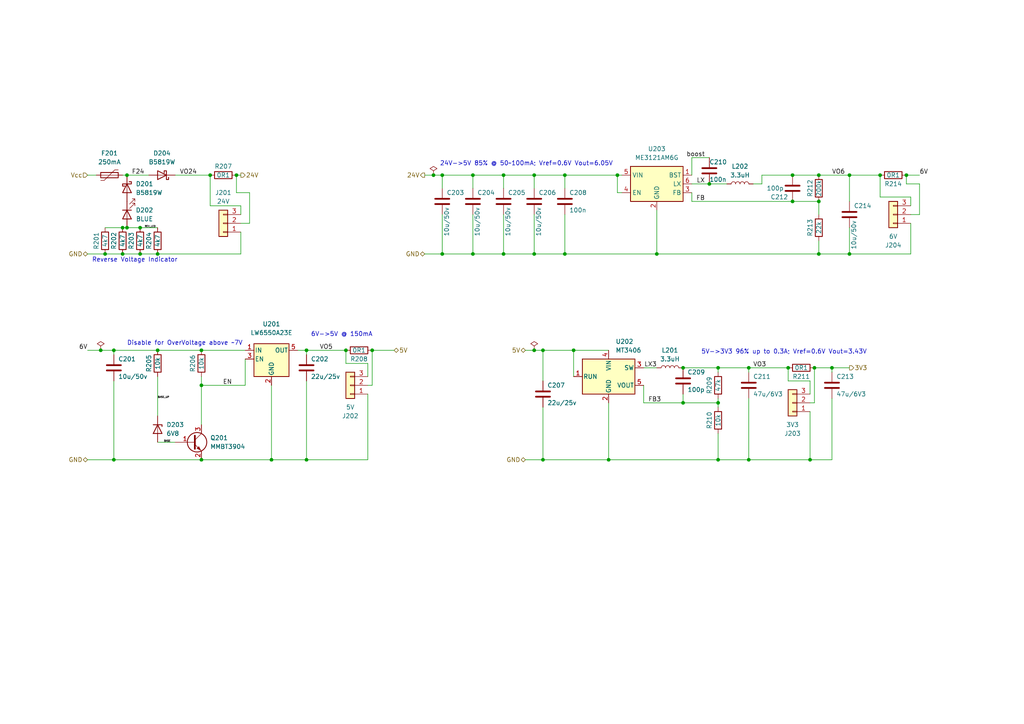
<source format=kicad_sch>
(kicad_sch (version 20211123) (generator eeschema)
  (paper "A4")
  (title_block (title "WormControl-Input32-ControlBoard") (date "2026-02-12") (rev "0.1") (company "makerspace.lt"))
  (lib_symbols
    (symbol "Connector_Generic:Conn_01x03" (pin_names (offset 1.016) hide)
      (property "Reference" "J" (at 0 5.08 0))
      (property "Value" "Conn_01x03" (at 0 -5.08 0))
      (symbol "Conn_01x03_1_1"
        (rectangle (start -1.27 -2.413) (end 0 -2.667) (stroke (width 0.1524)))
        (rectangle (start -1.27 0.127) (end 0 -0.127) (stroke (width 0.1524)))
        (rectangle (start -1.27 2.667) (end 0 2.413) (stroke (width 0.1524)))
        (rectangle (start -1.27 3.81) (end 1.27 -3.81) (stroke (width 0.254)) (fill (type background)))
        (pin passive line (at -5.08 2.54 0) (length 3.81) (name "Pin_1") (number "1"))
        (pin passive line (at -5.08 0 0) (length 3.81) (name "Pin_2") (number "2"))
        (pin passive line (at -5.08 -2.54 0) (length 3.81) (name "Pin_3") (number "3"))
      )
    )
    (symbol "Device:C" (pin_numbers hide) (pin_names (offset 0.254))
      (property "Reference" "C" (at 0.635 2.54 0))
      (property "Value" "C" (at 0.635 -2.54 0))
      (symbol "C_0_1"
        (polyline (pts (xy -2.032 -0.762) (xy 2.032 -0.762)) (stroke (width 0.508)))
        (polyline (pts (xy -2.032 0.762) (xy 2.032 0.762)) (stroke (width 0.508)))
      )
      (symbol "C_1_1"
        (pin passive line (at 0 3.81 270) (length 2.794) (name "~") (number "1"))
        (pin passive line (at 0 -3.81 90) (length 2.794) (name "~") (number "2"))
      )
    )
    (symbol "Device:D_Schottky" (pin_numbers hide) (pin_names (offset 1.016) hide)
      (property "Reference" "D" (at 0 2.54 0))
      (property "Value" "D_Schottky" (at 0 -2.54 0))
      (symbol "D_Schottky_0_1"
        (polyline (pts (xy 1.27 0) (xy -1.27 0)))
        (polyline (pts (xy 1.27 1.27) (xy 1.27 -1.27) (xy -1.27 0) (xy 1.27 1.27)) (stroke (width 0.254)))
        (polyline (pts (xy -1.905 0.635) (xy -1.905 1.27) (xy -1.27 1.27) (xy -1.27 -1.27) (xy -0.635 -1.27) (xy -0.635 -0.635)) (stroke (width 0.254)))
      )
      (symbol "D_Schottky_1_1"
        (pin passive line (at -3.81 0 0) (length 2.54) (name "K") (number "1"))
        (pin passive line (at 3.81 0 180) (length 2.54) (name "A") (number "2"))
      )
    )
    (symbol "Device:D_Zener" (pin_numbers hide) (pin_names (offset 1.016) hide)
      (property "Reference" "D" (at 0 2.54 0))
      (property "Value" "D_Zener" (at 0 -2.54 0))
      (symbol "D_Zener_0_1"
        (polyline (pts (xy 1.27 0) (xy -1.27 0)))
        (polyline (pts (xy -1.27 -1.27) (xy -1.27 1.27) (xy -0.762 1.27)) (stroke (width 0.254)))
        (polyline (pts (xy 1.27 -1.27) (xy 1.27 1.27) (xy -1.27 0) (xy 1.27 -1.27)) (stroke (width 0.254)))
      )
      (symbol "D_Zener_1_1"
        (pin passive line (at -3.81 0 0) (length 2.54) (name "K") (number "1"))
        (pin passive line (at 3.81 0 180) (length 2.54) (name "A") (number "2"))
      )
    )
    (symbol "Device:L" (pin_numbers hide) (pin_names (offset 1.016) hide)
      (property "Reference" "L" (at -1.27 0 90))
      (property "Value" "L" (at 1.905 0 90))
      (symbol "L_0_1"
        (arc (start 0 -2.54) (mid 0.635 -1.905) (end 0 -1.27))
        (arc (start 0 -1.27) (mid 0.635 -0.635) (end 0 0))
        (arc (start 0 0) (mid 0.635 0.635) (end 0 1.27))
        (arc (start 0 1.27) (mid 0.635 1.905) (end 0 2.54))
      )
      (symbol "L_1_1"
        (pin passive line (at 0 3.81 270) (length 1.27) (name "1") (number "1"))
        (pin passive line (at 0 -3.81 90) (length 1.27) (name "2") (number "2"))
      )
    )
    (symbol "Device:LED" (pin_numbers hide) (pin_names (offset 1.016) hide)
      (property "Reference" "D" (at 0 2.54 0))
      (property "Value" "LED" (at 0 -2.54 0))
      (symbol "LED_0_1"
        (polyline (pts (xy -1.27 -1.27) (xy -1.27 1.27)) (stroke (width 0.254)))
        (polyline (pts (xy -1.27 0) (xy 1.27 0)))
        (polyline (pts (xy 1.27 -1.27) (xy 1.27 1.27) (xy -1.27 0) (xy 1.27 -1.27)) (stroke (width 0.254)))
        (polyline (pts (xy -3.048 -0.762) (xy -4.572 -2.286) (xy -3.81 -2.286) (xy -4.572 -2.286) (xy -4.572 -1.524)))
        (polyline (pts (xy -1.778 -0.762) (xy -3.302 -2.286) (xy -2.54 -2.286) (xy -3.302 -2.286) (xy -3.302 -1.524)))
      )
      (symbol "LED_1_1"
        (pin passive line (at -3.81 0 0) (length 2.54) (name "K") (number "1"))
        (pin passive line (at 3.81 0 180) (length 2.54) (name "A") (number "2"))
      )
    )
    (symbol "Device:Polyfuse" (pin_numbers hide) (pin_names (offset 0))
      (property "Reference" "F" (at -2.54 0 90))
      (property "Value" "Polyfuse" (at 2.54 0 90))
      (symbol "Polyfuse_0_1"
        (rectangle (start -0.762 2.54) (end 0.762 -2.54) (stroke (width 0.254)))
        (polyline (pts (xy 0 2.54) (xy 0 -2.54)))
        (polyline (pts (xy -1.524 2.54) (xy -1.524 1.524) (xy 1.524 -1.524) (xy 1.524 -2.54)))
      )
      (symbol "Polyfuse_1_1"
        (pin passive line (at 0 3.81 270) (length 1.27) (name "~") (number "1"))
        (pin passive line (at 0 -3.81 90) (length 1.27) (name "~") (number "2"))
      )
    )
    (symbol "Device:Q_NPN_BEC" (pin_names (offset 0) hide)
      (property "Reference" "Q" (at 5.08 1.27 0))
      (property "Value" "Q_NPN_BEC" (at 5.08 -1.27 0))
      (symbol "Q_NPN_BEC_0_1"
        (polyline (pts (xy 0.635 0.635) (xy 2.54 2.54)))
        (polyline (pts (xy 0.635 -0.635) (xy 2.54 -2.54) (xy 2.54 -2.54)))
        (polyline (pts (xy 0.635 1.905) (xy 0.635 -1.905) (xy 0.635 -1.905)) (stroke (width 0.508)))
        (polyline (pts (xy 1.27 -1.778) (xy 1.778 -1.27) (xy 2.286 -2.286) (xy 1.27 -1.778) (xy 1.27 -1.778)) (fill (type outline)))
        (circle (center 1.27 0) (radius 2.8194) (stroke (width 0.254)))
      )
      (symbol "Q_NPN_BEC_1_1"
        (pin input line (at -5.08 0 0) (length 5.715) (name "B") (number "1"))
        (pin passive line (at 2.54 -5.08 90) (length 2.54) (name "E") (number "2"))
        (pin passive line (at 2.54 5.08 270) (length 2.54) (name "C") (number "3"))
      )
    )
    (symbol "Device:R" (pin_numbers hide) (pin_names (offset 0))
      (property "Reference" "R" (at 2.032 0 90))
      (property "Value" "R" (at 0 0 90))
      (symbol "R_0_1"
        (rectangle (start -1.016 -2.54) (end 1.016 2.54) (stroke (width 0.254)))
      )
      (symbol "R_1_1"
        (pin passive line (at 0 3.81 270) (length 1.27) (name "~") (number "1"))
        (pin passive line (at 0 -3.81 90) (length 1.27) (name "~") (number "2"))
      )
    )
    (symbol "Regulator_Linear:TLV71209_SOT23-5" (pin_names (offset 0.254))
      (property "Reference" "U" (at -3.81 5.715 0))
      (property "Value" "TLV71209_SOT23-5" (at 0 5.715 0))
      (symbol "TLV71209_SOT23-5_0_1"
        (rectangle (start -5.08 4.445) (end 5.08 -5.08) (stroke (width 0.254)) (fill (type background)))
      )
      (symbol "TLV71209_SOT23-5_1_1"
        (pin power_in line (at -7.62 2.54 0) (length 2.54) (name "IN") (number "1"))
        (pin power_in line (at 0 -7.62 90) (length 2.54) (name "GND") (number "2"))
        (pin input line (at -7.62 0 0) (length 2.54) (name "EN") (number "3"))
        (pin no_connect line (at 5.08 0 180) (length 2.54) hide (name "NC") (number "4"))
        (pin power_out line (at 7.62 2.54 180) (length 2.54) (name "OUT") (number "5"))
      )
    )
    (symbol "Regulator_Switching:AOZ1280CI"
      (property "Reference" "U" (at -6.35 -6.35 0))
      (property "Value" "AOZ1280CI" (at -2.54 6.35 0))
      (symbol "AOZ1280CI_0_1"
        (rectangle (start -7.62 5.08) (end 7.62 -5.08) (stroke (width 0.254)) (fill (type background)))
      )
      (symbol "AOZ1280CI_1_1"
        (pin input line (at 10.16 2.54 180) (length 2.54) (name "BST") (number "1"))
        (pin power_in line (at 0 -7.62 90) (length 2.54) (name "GND") (number "2"))
        (pin input line (at 10.16 -2.54 180) (length 2.54) (name "FB") (number "3"))
        (pin input line (at -10.16 -2.54 0) (length 2.54) (name "EN") (number "4"))
        (pin power_in line (at -10.16 2.54 0) (length 2.54) (name "VIN") (number "5"))
        (pin power_out line (at 10.16 0 180) (length 2.54) (name "LX") (number "6"))
      )
    )
    (symbol "Regulator_Switching:LTC3406ES5" (pin_names (offset 0.254))
      (property "Reference" "U" (at -6.35 6.35 0))
      (property "Value" "LTC3406ES5" (at 1.27 6.35 0))
      (symbol "LTC3406ES5_0_1"
        (rectangle (start -7.62 5.08) (end 7.62 -5.08) (stroke (width 0.254)) (fill (type background)))
      )
      (symbol "LTC3406ES5_1_1"
        (pin input line (at -10.16 0 0) (length 2.54) (name "RUN") (number "1"))
        (pin power_in line (at 0 -7.62 90) (length 2.54) (name "GND") (number "2"))
        (pin output line (at 10.16 2.54 180) (length 2.54) (name "SW") (number "3"))
        (pin power_in line (at 0 7.62 270) (length 2.54) (name "VIN") (number "4"))
        (pin power_out line (at 10.16 -2.54 180) (length 2.54) (name "VOUT") (number "5"))
      )
    )
    (symbol "power:PWR_FLAG" (power) (pin_numbers hide) (pin_names (offset 0) hide)
      (property "Value" "PWR_FLAG" (at 0 3.81 0))
      (symbol "PWR_FLAG_0_0"
        (pin power_out line (at 0 0 90) (length 0) (name "pwr") (number "1"))
      )
      (symbol "PWR_FLAG_0_1"
        (polyline (pts (xy 0 0) (xy 0 1.27) (xy -1.016 1.905) (xy 0 2.54) (xy 1.016 1.905) (xy 0 1.27)))
      )
    )
  )
  (junction (at 58.42 101.6))
  (junction (at 163.83 73.66))
  (junction (at 241.3 106.68))
  (junction (at 229.87 50.8))
  (junction (at 255.27 50.8))
  (junction (at 33.02 133.35))
  (junction (at 60.96 50.8))
  (junction (at 35.56 66.04))
  (junction (at 154.94 73.66))
  (junction (at 217.17 133.35))
  (junction (at 154.94 50.8))
  (junction (at 176.53 133.35))
  (junction (at 137.16 73.66))
  (junction (at 128.27 50.8))
  (junction (at 45.72 73.66))
  (junction (at 208.28 106.68))
  (junction (at 40.64 66.04))
  (junction (at 137.16 50.8))
  (junction (at 128.27 73.66))
  (junction (at 246.38 50.8))
  (junction (at 217.17 106.68))
  (junction (at 36.83 50.8))
  (junction (at 198.12 116.84))
  (junction (at 146.05 50.8))
  (junction (at 262.89 50.8))
  (junction (at 58.42 111.76))
  (junction (at 179.07 50.8))
  (junction (at 190.5 73.66))
  (junction (at 236.22 106.68))
  (junction (at 88.9 101.6))
  (junction (at 198.12 106.68))
  (junction (at 208.28 133.35))
  (junction (at 45.72 101.6))
  (junction (at 157.48 101.6))
  (junction (at 40.64 73.66))
  (junction (at 78.74 133.35))
  (junction (at 30.48 73.66))
  (junction (at 146.05 73.66))
  (junction (at 35.56 73.66))
  (junction (at 88.9 133.35))
  (junction (at 107.95 101.6))
  (junction (at 246.38 73.66))
  (junction (at 237.49 50.8))
  (junction (at 154.94 101.6))
  (junction (at 36.83 66.04))
  (junction (at 229.87 58.42))
  (junction (at 29.21 101.6))
  (junction (at 205.74 53.34))
  (junction (at 208.28 116.84))
  (junction (at 228.6 106.68))
  (junction (at 125.73 50.8))
  (junction (at 157.48 133.35))
  (junction (at 68.58 50.8))
  (junction (at 33.02 101.6))
  (junction (at 237.49 73.66))
  (junction (at 166.37 101.6))
  (junction (at 237.49 58.42))
  (junction (at 163.83 50.8))
  (junction (at 234.95 133.35))
  (junction (at 100.33 101.6))
  (junction (at 58.42 133.35))
  (wire (pts (xy 106.68 111.76) (xy 107.95 111.76)))
  (wire (pts (xy 205.74 53.34) (xy 210.82 53.34)))
  (wire (pts (xy 58.42 123.19) (xy 58.42 111.76)))
  (wire (pts (xy 137.16 62.23) (xy 137.16 73.66)))
  (wire (pts (xy 186.69 111.76) (xy 186.69 116.84)))
  (wire (pts (xy 190.5 73.66) (xy 237.49 73.66)))
  (wire (pts (xy 25.4 50.8) (xy 27.94 50.8)))
  (wire (pts (xy 137.16 50.8) (xy 128.27 50.8)))
  (wire (pts (xy 146.05 62.23) (xy 146.05 73.66)))
  (wire (pts (xy 100.33 105.41) (xy 100.33 101.6)))
  (wire (pts (xy 25.4 73.66) (xy 30.48 73.66)))
  (wire (pts (xy 86.36 101.6) (xy 88.9 101.6)))
  (wire (pts (xy 264.16 64.77) (xy 264.16 73.66)))
  (wire (pts (xy 241.3 133.35) (xy 234.95 133.35)))
  (wire (pts (xy 166.37 101.6) (xy 166.37 109.22)))
  (wire (pts (xy 154.94 50.8) (xy 154.94 54.61)))
  (wire (pts (xy 29.21 101.6) (xy 33.02 101.6)))
  (wire (pts (xy 33.02 101.6) (xy 45.72 101.6)))
  (wire (pts (xy 68.58 55.88) (xy 68.58 50.8)))
  (wire (pts (xy 88.9 101.6) (xy 88.9 102.87)))
  (wire (pts (xy 176.53 116.84) (xy 176.53 133.35)))
  (wire (pts (xy 166.37 101.6) (xy 176.53 101.6)))
  (wire (pts (xy 157.48 133.35) (xy 176.53 133.35)))
  (wire (pts (xy 72.39 55.88) (xy 68.58 55.88)))
  (wire (pts (xy 229.87 50.8) (xy 237.49 50.8)))
  (wire (pts (xy 218.44 53.34) (xy 220.98 53.34)))
  (wire (pts (xy 128.27 73.66) (xy 128.27 62.23)))
  (wire (pts (xy 200.66 58.42) (xy 229.87 58.42)))
  (wire (pts (xy 30.48 73.66) (xy 35.56 73.66)))
  (wire (pts (xy 25.4 101.6) (xy 29.21 101.6)))
  (wire (pts (xy 237.49 62.23) (xy 237.49 58.42)))
  (wire (pts (xy 33.02 102.87) (xy 33.02 101.6)))
  (wire (pts (xy 157.48 101.6) (xy 166.37 101.6)))
  (wire (pts (xy 152.4 133.35) (xy 157.48 133.35)))
  (wire (pts (xy 137.16 50.8) (xy 146.05 50.8)))
  (wire (pts (xy 154.94 62.23) (xy 154.94 73.66)))
  (wire (pts (xy 217.17 115.57) (xy 217.17 133.35)))
  (wire (pts (xy 35.56 66.04) (xy 36.83 66.04)))
  (wire (pts (xy 208.28 107.95) (xy 208.28 106.68)))
  (wire (pts (xy 205.74 45.72) (xy 200.66 45.72)))
  (wire (pts (xy 58.42 101.6) (xy 71.12 101.6)))
  (wire (pts (xy 200.66 53.34) (xy 205.74 53.34)))
  (wire (pts (xy 58.42 133.35) (xy 33.02 133.35)))
  (wire (pts (xy 69.85 59.69) (xy 60.96 59.69)))
  (wire (pts (xy 208.28 118.11) (xy 208.28 116.84)))
  (wire (pts (xy 45.72 101.6) (xy 58.42 101.6)))
  (wire (pts (xy 146.05 73.66) (xy 154.94 73.66)))
  (wire (pts (xy 163.83 73.66) (xy 190.5 73.66)))
  (wire (pts (xy 246.38 73.66) (xy 246.38 66.04)))
  (wire (pts (xy 264.16 57.15) (xy 255.27 57.15)))
  (wire (pts (xy 30.48 66.04) (xy 35.56 66.04)))
  (wire (pts (xy 190.5 106.68) (xy 186.69 106.68)))
  (wire (pts (xy 154.94 101.6) (xy 157.48 101.6)))
  (wire (pts (xy 35.56 50.8) (xy 36.83 50.8)))
  (wire (pts (xy 200.66 58.42) (xy 200.66 55.88)))
  (wire (pts (xy 154.94 50.8) (xy 146.05 50.8)))
  (wire (pts (xy 106.68 105.41) (xy 100.33 105.41)))
  (wire (pts (xy 208.28 106.68) (xy 217.17 106.68)))
  (wire (pts (xy 236.22 106.68) (xy 236.22 116.84)))
  (wire (pts (xy 208.28 116.84) (xy 208.28 115.57)))
  (wire (pts (xy 107.95 101.6) (xy 114.3 101.6)))
  (wire (pts (xy 237.49 69.85) (xy 237.49 73.66)))
  (wire (pts (xy 220.98 50.8) (xy 229.87 50.8)))
  (wire (pts (xy 234.95 114.3) (xy 234.95 110.49)))
  (wire (pts (xy 69.85 67.31) (xy 69.85 73.66)))
  (wire (pts (xy 128.27 50.8) (xy 128.27 54.61)))
  (wire (pts (xy 179.07 50.8) (xy 179.07 55.88)))
  (wire (pts (xy 71.12 104.14) (xy 71.12 111.76)))
  (wire (pts (xy 106.68 109.22) (xy 106.68 105.41)))
  (wire (pts (xy 71.12 111.76) (xy 58.42 111.76)))
  (wire (pts (xy 33.02 110.49) (xy 33.02 133.35)))
  (wire (pts (xy 176.53 133.35) (xy 208.28 133.35)))
  (wire (pts (xy 152.4 101.6) (xy 154.94 101.6)))
  (wire (pts (xy 229.87 58.42) (xy 237.49 58.42)))
  (wire (pts (xy 241.3 115.57) (xy 241.3 133.35)))
  (wire (pts (xy 157.48 101.6) (xy 157.48 110.49)))
  (wire (pts (xy 45.72 128.27) (xy 50.8 128.27)))
  (wire (pts (xy 123.19 73.66) (xy 128.27 73.66)))
  (wire (pts (xy 200.66 45.72) (xy 200.66 50.8)))
  (wire (pts (xy 69.85 62.23) (xy 69.85 59.69)))
  (wire (pts (xy 35.56 73.66) (xy 40.64 73.66)))
  (wire (pts (xy 45.72 73.66) (xy 69.85 73.66)))
  (wire (pts (xy 241.3 106.68) (xy 241.3 107.95)))
  (wire (pts (xy 60.96 59.69) (xy 60.96 50.8)))
  (wire (pts (xy 217.17 107.95) (xy 217.17 106.68)))
  (wire (pts (xy 137.16 73.66) (xy 146.05 73.66)))
  (wire (pts (xy 137.16 50.8) (xy 137.16 54.61)))
  (wire (pts (xy 58.42 111.76) (xy 58.42 109.22)))
  (wire (pts (xy 234.95 110.49) (xy 228.6 110.49)))
  (wire (pts (xy 190.5 60.96) (xy 190.5 73.66)))
  (wire (pts (xy 88.9 133.35) (xy 78.74 133.35)))
  (wire (pts (xy 25.4 133.35) (xy 33.02 133.35)))
  (wire (pts (xy 180.34 55.88) (xy 179.07 55.88)))
  (wire (pts (xy 198.12 106.68) (xy 208.28 106.68)))
  (wire (pts (xy 43.18 50.8) (xy 36.83 50.8)))
  (wire (pts (xy 157.48 118.11) (xy 157.48 133.35)))
  (wire (pts (xy 146.05 50.8) (xy 146.05 54.61)))
  (wire (pts (xy 78.74 111.76) (xy 78.74 133.35)))
  (wire (pts (xy 246.38 50.8) (xy 246.38 58.42)))
  (wire (pts (xy 125.73 50.8) (xy 123.19 50.8)))
  (wire (pts (xy 106.68 133.35) (xy 88.9 133.35)))
  (wire (pts (xy 217.17 133.35) (xy 208.28 133.35)))
  (wire (pts (xy 198.12 116.84) (xy 208.28 116.84)))
  (wire (pts (xy 234.95 133.35) (xy 217.17 133.35)))
  (wire (pts (xy 237.49 50.8) (xy 246.38 50.8)))
  (wire (pts (xy 163.83 50.8) (xy 154.94 50.8)))
  (wire (pts (xy 255.27 50.8) (xy 246.38 50.8)))
  (wire (pts (xy 262.89 50.8) (xy 266.7 50.8)))
  (wire (pts (xy 241.3 106.68) (xy 246.38 106.68)))
  (wire (pts (xy 40.64 66.04) (xy 45.72 66.04)))
  (wire (pts (xy 36.83 66.04) (xy 40.64 66.04)))
  (wire (pts (xy 217.17 106.68) (xy 228.6 106.68)))
  (wire (pts (xy 50.8 50.8) (xy 60.96 50.8)))
  (wire (pts (xy 163.83 50.8) (xy 179.07 50.8)))
  (wire (pts (xy 107.95 101.6) (xy 107.95 111.76)))
  (wire (pts (xy 137.16 73.66) (xy 128.27 73.66)))
  (wire (pts (xy 220.98 50.8) (xy 220.98 53.34)))
  (wire (pts (xy 88.9 110.49) (xy 88.9 133.35)))
  (wire (pts (xy 266.7 53.34) (xy 262.89 53.34)))
  (wire (pts (xy 128.27 50.8) (xy 125.73 50.8)))
  (wire (pts (xy 163.83 50.8) (xy 163.83 54.61)))
  (wire (pts (xy 106.68 114.3) (xy 106.68 133.35)))
  (wire (pts (xy 72.39 64.77) (xy 72.39 55.88)))
  (wire (pts (xy 262.89 53.34) (xy 262.89 50.8)))
  (wire (pts (xy 69.85 64.77) (xy 72.39 64.77)))
  (wire (pts (xy 68.58 50.8) (xy 69.85 50.8)))
  (wire (pts (xy 40.64 73.66) (xy 45.72 73.66)))
  (wire (pts (xy 208.28 125.73) (xy 208.28 133.35)))
  (wire (pts (xy 163.83 73.66) (xy 154.94 73.66)))
  (wire (pts (xy 78.74 133.35) (xy 58.42 133.35)))
  (wire (pts (xy 264.16 73.66) (xy 246.38 73.66)))
  (wire (pts (xy 234.95 116.84) (xy 236.22 116.84)))
  (wire (pts (xy 88.9 101.6) (xy 100.33 101.6)))
  (wire (pts (xy 163.83 62.23) (xy 163.83 73.66)))
  (wire (pts (xy 198.12 116.84) (xy 198.12 114.3)))
  (wire (pts (xy 264.16 62.23) (xy 266.7 62.23)))
  (wire (pts (xy 255.27 57.15) (xy 255.27 50.8)))
  (wire (pts (xy 264.16 59.69) (xy 264.16 57.15)))
  (wire (pts (xy 237.49 73.66) (xy 246.38 73.66)))
  (wire (pts (xy 266.7 62.23) (xy 266.7 53.34)))
  (wire (pts (xy 236.22 106.68) (xy 241.3 106.68)))
  (wire (pts (xy 186.69 116.84) (xy 198.12 116.84)))
  (wire (pts (xy 228.6 110.49) (xy 228.6 106.68)))
  (wire (pts (xy 234.95 119.38) (xy 234.95 133.35)))
  (wire (pts (xy 45.72 120.65) (xy 45.72 109.22)))
  (wire (pts (xy 180.34 50.8) (xy 179.07 50.8)))
  (text "24V->5V 85% @ 50~100mA; Vref=0.6V Vout=6.05V" (at 177.8 48.26 180) (effects (font (size 1.27 1.27)) (justify right bottom)))
  (text "5V->3V3 96% up to 0.3A; Vref=0.6V Vout=3.43V" (at 251.46 102.87 180) (effects (font (size 1.27 1.27)) (justify right bottom)))
  (text "Reverse Voltage Indicator" (at 26.67 76.2 0) (effects (font (size 1.27 1.27)) (justify left bottom)))
  (text "6V->5V @ 150mA" (at 90.17 97.79 0) (effects (font (size 1.27 1.27)) (justify left bottom)))
  (text "Disable for OverVoltage above ~7V" (at 36.83 100.33 0) (effects (font (size 1.27 1.27)) (justify left bottom)))
  (label "6V" (at 25.4 101.6 180))
  (label "F24" (at 41.91 50.8 180))
  (label "BASE_UP" (at 45.72 115.57 0) (effects (font (size 0.5 0.5))))
  (label "VO6" (at 245.11 50.8 180))
  (label "BASE" (at 49.53 128.27 180) (effects (font (size 0.5 0.5))))
  (label "LX" (at 204.47 53.34 180))
  (label "VO5" (at 96.52 101.6 180))
  (label "FB3" (at 191.77 116.84 180))
  (label "VO24" (at 57.15 50.8 180))
  (label "REV_LED" (at 41.91 66.04 0) (effects (font (size 0.5 0.5))))
  (label "LX3" (at 190.5 106.68 180))
  (label "VO3" (at 222.25 106.68 180))
  (label "FB" (at 204.47 58.42 180))
  (label "EN" (at 67.31 111.76 180))
  (label "boost" (at 204.47 45.72 180))
  (label "6V" (at 266.7 50.8 0))
  (hierarchical_label "5V" (shape bidirectional) (at 152.4 101.6 180))
  (hierarchical_label "Vcc" (shape input) (at 25.4 50.8 180))
  (hierarchical_label "GND" (shape bidirectional) (at 152.4 133.35 180))
  (hierarchical_label "24V" (shape output) (at 123.19 50.8 180))
  (hierarchical_label "3V3" (shape output) (at 246.38 106.68 0))
  (hierarchical_label "24V" (shape output) (at 69.85 50.8 0))
  (hierarchical_label "GND" (shape bidirectional) (at 25.4 73.66 180))
  (hierarchical_label "GND" (shape bidirectional) (at 25.4 133.35 180))
  (hierarchical_label "GND" (shape bidirectional) (at 123.19 73.66 180))
  (hierarchical_label "5V" (shape bidirectional) (at 114.3 101.6 0))
  (symbol (lib_id "Device:R") (at 30.48 69.85 0) (unit 1)
    (property "Reference" "R201" (at 27.94 69.85 90))
    (property "Value" "4k7" (at 30.48 69.85 90))
    (property "Footprint" "Resistor_SMD:R_0805_2012Metric_Pad1.20x1.40mm_HandSolder" (effects hide))
    (property "jlc-part-type" "B" (effects hide))
    (property "lcsc#" "C17673" (effects hide))
  )
  (symbol (lib_id "Device:Polyfuse") (at 31.75 50.8 270) (unit 1)
    (property "Reference" "F201" (at 31.75 44.45 90))
    (property "Value" "250mA" (at 31.75 46.99 90))
    (property "Footprint" "Fuse:Fuse_0805_2012Metric_Pad1.15x1.40mm_HandSolder" (effects hide))
    (property "Datasheet" "https://wmsc.lcsc.com/wmsc/upload/file/pdf/v2/lcsc/2404081622_BHFUSE-BSMD0805-025-33V_C22378353.pdf" (effects hide))
    (property "lcsc#" "C22378353" (effects hide))
    (property "jlc-part-type" "E" (effects hide))
  )
  (symbol (lib_id "Device:R") (at 237.49 54.61 180) (unit 1)
    (property "Reference" "R212" (at 234.95 54.61 90))
    (property "Value" "200k" (at 237.49 54.61 90))
    (property "Footprint" "Resistor_SMD:R_0805_2012Metric_Pad1.20x1.40mm_HandSolder" (effects hide))
    (property "jlc-part-type" "B" (effects hide))
    (property "lcsc#" "C17539" (effects hide))
  )
  (symbol (lib_id "Regulator_Linear:TLV71209_SOT23-5") (at 78.74 104.14 0) (unit 1)
    (property "Reference" "U201" (at 78.74 93.98 0))
    (property "Value" "LW6550A23E" (at 78.74 96.52 0))
    (property "Footprint" "Package_TO_SOT_SMD:SOT-23-5" (effects hide))
    (property "Datasheet" "https://www.lcsc.com/datasheet/C20754712.pdf" (effects hide))
    (property "jlc-part-type" "E" (effects hide))
    (property "lcsc#" "C20754712" (effects hide))
  )
  (symbol (lib_id "Device:C") (at 33.02 106.68 0) (unit 1)
    (property "Reference" "C201" (at 34.29 104.14 0) (effects (justify left)))
    (property "Value" "10u/50v" (at 34.29 109.22 0) (effects (justify left)))
    (property "Footprint" "Capacitor_SMD:C_0805_2012Metric_Pad1.18x1.45mm_HandSolder" (effects hide))
    (property "Datasheet" "https://www.lcsc.com/datasheet/lcsc_datasheet_2411041759_Murata-Electronics-GRM21BR61H106KE43L_C440198.pdf" (effects hide))
    (property "jlc-part-type" "B" (effects hide))
    (property "lcsc#" "C440198" (effects hide))
  )
  (symbol (lib_id "Device:D_Schottky") (at 46.99 50.8 180) (unit 1)
    (property "Reference" "D204" (at 46.99 44.45 0))
    (property "Value" "B5819W" (at 46.99 46.99 0))
    (property "Footprint" "Diode_SMD:D_SOD-123" (effects hide))
    (property "Datasheet" "https://www.lcsc.com/datasheet/lcsc_datasheet_2304140030_Jiangsu-Changjing-Electronics-Technology-Co---Ltd--B5819W-SL_C8598.pdf" (effects hide))
    (property "jlc-part-type" "B" (effects hide))
    (property "lcsc#" "C8598" (effects hide))
  )
  (symbol (lib_id "Device:L") (at 214.63 53.34 90) (unit 1)
    (property "Reference" "L202" (at 214.63 48.26 90))
    (property "Value" "3.3uH" (at 214.63 50.8 90))
    (property "Footprint" "Inductor_SMD:L_1008_2520Metric_Pad1.43x2.20mm_HandSolder" (effects hide))
    (property "Datasheet" "https://www.lcsc.com/datasheet/C5832373.pdf" (effects hide))
    (property "jlc-part-type" "E" (effects hide))
    (property "lcsc#" "C5832373" (effects hide))
  )
  (symbol (lib_id "power:PWR_FLAG") (at 154.94 101.6 0) (unit 1)
    (property "Reference" "#FLG0203" (effects hide))
    (property "Value" "PWR_FLAG" (effects hide))
  )
  (symbol (lib_id "Connector_Generic:Conn_01x03") (at 101.6 111.76 180) (unit 1)
    (property "Reference" "J202" (at 101.6 120.65 0))
    (property "Value" "5V" (at 101.6 118.11 0))
    (property "Footprint" "Connector_PinHeader_2.54mm:PinHeader_1x03_P2.54mm_Vertical" (effects hide))
    (property "jlc-part-type" "-" (effects hide))
  )
  (symbol (lib_id "Regulator_Switching:AOZ1280CI") (at 190.5 53.34 0) (unit 1)
    (property "Reference" "U203" (at 190.5 43.18 0))
    (property "Value" "ME3121AM6G" (at 190.5 45.72 0))
    (property "Footprint" "Package_TO_SOT_SMD:SOT-23-6" (effects hide))
    (property "Datasheet" "https://m.huazhoucn.com/upFiles/common/2022/12/ME3121_Series_E1.0.pdf" (effects hide))
    (property "jlc-part-type" "E" (effects hide))
    (property "lcsc#" "C2932938" (effects hide))
  )
  (symbol (lib_id "Connector_Generic:Conn_01x03") (at 64.77 64.77 180) (unit 1)
    (property "Reference" "J201" (at 64.77 55.88 0))
    (property "Value" "24V" (at 64.77 58.42 0))
    (property "Footprint" "Connector_PinHeader_2.54mm:PinHeader_1x03_P2.54mm_Vertical" (effects hide))
    (property "jlc-part-type" "-" (effects hide))
  )
  (symbol (lib_id "Device:R") (at 208.28 121.92 180) (unit 1)
    (property "Reference" "R210" (at 205.74 121.92 90))
    (property "Value" "10k" (at 208.28 121.92 90))
    (property "Footprint" "Resistor_SMD:R_0805_2012Metric_Pad1.20x1.40mm_HandSolder" (effects hide))
    (property "jlc-part-type" "B" (effects hide))
    (property "lcsc#" "C17414" (effects hide))
  )
  (symbol (lib_id "Device:R") (at 64.77 50.8 270) (unit 1)
    (property "Reference" "R207" (at 64.77 48.26 90))
    (property "Value" "0R1" (at 64.77 50.8 90))
    (property "Footprint" "Resistor_SMD:R_0805_2012Metric_Pad1.20x1.40mm_HandSolder" (effects hide))
    (property "Datasheet" "https://www.lcsc.com/datasheet/lcsc_datasheet_2304140030_UNI-ROYAL-Uniroyal-Elec-0805W8F100LT5E_C127687.pdf" (effects hide))
    (property "jlc-part-type" "E" (effects hide))
    (property "lcsc#" "C127687" (effects hide))
  )
  (symbol (lib_id "power:PWR_FLAG") (at 125.73 50.8 0) (unit 1)
    (property "Reference" "#FLG0202" (effects hide))
    (property "Value" "PWR_FLAG" (effects hide))
  )
  (symbol (lib_id "Device:C") (at 163.83 58.42 0) (unit 1)
    (property "Reference" "C208" (at 165.1 55.88 0) (effects (justify left)))
    (property "Value" "100n" (at 165.1 60.96 0) (effects (justify left)))
    (property "Footprint" "Capacitor_SMD:C_0805_2012Metric_Pad1.18x1.45mm_HandSolder" (effects hide))
    (property "Datasheet" "https://www.lcsc.com/datasheet/lcsc_datasheet_2304140030_Samsung-Electro-Mechanics-CL21B104KCFNNNE_C28233.pdf" (effects hide))
    (property "jlc-part-type" "B" (effects hide))
    (property "lcsc#" "C28233" (effects hide))
  )
  (symbol (lib_id "Device:R") (at 104.14 101.6 270) (unit 1)
    (property "Reference" "R208" (at 104.14 104.14 90))
    (property "Value" "0R1" (at 104.14 101.6 90))
    (property "Footprint" "Resistor_SMD:R_0805_2012Metric_Pad1.20x1.40mm_HandSolder" (effects hide))
    (property "Datasheet" "https://www.lcsc.com/datasheet/lcsc_datasheet_2304140030_UNI-ROYAL-Uniroyal-Elec-0805W8F100LT5E_C127687.pdf" (effects hide))
    (property "jlc-part-type" "E" (effects hide))
    (property "lcsc#" "C127687" (effects hide))
  )
  (symbol (lib_id "Device:R") (at 237.49 66.04 0) (mirror y) (unit 1)
    (property "Reference" "R213" (at 234.95 66.04 90))
    (property "Value" "22k" (at 237.49 66.04 90))
    (property "Footprint" "Resistor_SMD:R_0805_2012Metric_Pad1.20x1.40mm_HandSolder" (effects hide))
    (property "jlc-part-type" "B" (effects hide))
    (property "lcsc#" "C17560" (effects hide))
  )
  (symbol (lib_id "Device:R") (at 208.28 111.76 180) (unit 1)
    (property "Reference" "R209" (at 205.74 111.76 90))
    (property "Value" "47k" (at 208.28 111.76 90))
    (property "Footprint" "Resistor_SMD:R_0805_2012Metric_Pad1.20x1.40mm_HandSolder" (effects hide))
    (property "jlc-part-type" "B" (effects hide))
    (property "lcsc#" "C17713" (effects hide))
  )
  (symbol (lib_id "power:PWR_FLAG") (at 29.21 101.6 0) (unit 1)
    (property "Reference" "#FLG0201" (effects hide))
    (property "Value" "PWR_FLAG" (effects hide))
  )
  (symbol (lib_id "Device:LED") (at 36.83 62.23 90) (mirror x) (unit 1)
    (property "Reference" "D202" (at 41.91 60.96 90))
    (property "Value" "BLUE" (at 41.91 63.5 90))
    (property "Footprint" "LED_SMD:LED_0805_2012Metric_Pad1.15x1.40mm_HandSolder" (effects hide))
    (property "Datasheet" "https://www.lcsc.com/datasheet/C2297.pdf" (effects hide))
    (property "jlc-part-type" "B" (effects hide))
    (property "lcsc#" "C2297" (effects hide))
  )
  (symbol (lib_id "Device:C") (at 217.17 111.76 0) (unit 1)
    (property "Reference" "C211" (at 218.44 109.22 0) (effects (justify left)))
    (property "Value" "47u/6V3" (at 218.44 114.3 0) (effects (justify left)))
    (property "Footprint" "Capacitor_SMD:C_0805_2012Metric_Pad1.18x1.45mm_HandSolder" (effects hide))
    (property "Datasheet" "https://www.lcsc.com/datasheet/C16780.pdf" (effects hide))
    (property "jlc-part-type" "B" (effects hide))
    (property "lcsc#" "C16780" (effects hide))
  )
  (symbol (lib_id "Device:R") (at 259.08 50.8 270) (unit 1)
    (property "Reference" "R214" (at 259.08 53.34 90))
    (property "Value" "0R1" (at 259.08 50.8 90))
    (property "Footprint" "Resistor_SMD:R_0805_2012Metric_Pad1.20x1.40mm_HandSolder" (effects hide))
    (property "Datasheet" "https://www.lcsc.com/datasheet/lcsc_datasheet_2304140030_UNI-ROYAL-Uniroyal-Elec-0805W8F100LT5E_C127687.pdf" (effects hide))
    (property "jlc-part-type" "E" (effects hide))
    (property "lcsc#" "C127687" (effects hide))
  )
  (symbol (lib_id "Regulator_Switching:LTC3406ES5") (at 176.53 109.22 0) (unit 1)
    (property "Reference" "U202" (at 178.5494 99.06 0) (effects (justify left)))
    (property "Value" "MT3406" (at 178.5494 101.6 0) (effects (justify left)))
    (property "Footprint" "Package_TO_SOT_SMD:TSOT-23-5" (effects hide))
    (property "Datasheet" "https://www.lcsc.com/datasheet/lcsc_datasheet_2406131737_XI-AN-Aerosemi-Tech-MT3406_C22462728.pdf" (effects hide))
    (property "jlc-part-type" "E" (effects hide))
    (property "lcsc#" "C22462728" (effects hide))
  )
  (symbol (lib_id "Device:C") (at 198.12 110.49 0) (unit 1)
    (property "Reference" "C209" (at 199.39 107.95 0) (effects (justify left)))
    (property "Value" "100p" (at 199.39 113.03 0) (effects (justify left)))
    (property "Footprint" "Capacitor_SMD:C_0805_2012Metric_Pad1.18x1.45mm_HandSolder" (effects hide))
    (property "Datasheet" "https://www.lcsc.com/datasheet/lcsc_datasheet_2304140030_Samsung-Electro-Mechanics-CL21C101JBANNNC_C1790.pdf" (effects hide))
    (property "jlc-part-type" "B" (effects hide))
    (property "lcsc#" "C1790" (effects hide))
  )
  (symbol (lib_id "Connector_Generic:Conn_01x03") (at 259.08 62.23 180) (unit 1)
    (property "Reference" "J204" (at 259.08 71.12 0))
    (property "Value" "6V" (at 259.08 68.58 0))
    (property "Footprint" "Connector_PinHeader_2.54mm:PinHeader_1x03_P2.54mm_Vertical" (effects hide))
    (property "jlc-part-type" "-" (effects hide))
  )
  (symbol (lib_id "Device:C") (at 157.48 114.3 0) (unit 1)
    (property "Reference" "C207" (at 158.75 111.76 0) (effects (justify left)))
    (property "Value" "22u/25v" (at 158.75 116.84 0) (effects (justify left)))
    (property "Footprint" "Capacitor_SMD:C_0805_2012Metric_Pad1.18x1.45mm_HandSolder" (effects hide))
    (property "Datasheet" "https://www.lcsc.com/datasheet/lcsc_datasheet_2304140030_Samsung-Electro-Mechanics-CL21A226MAQNNNE_C45783.pdf" (effects hide))
    (property "jlc-part-type" "B" (effects hide))
    (property "lcsc#" "C45783" (effects hide))
  )
  (symbol (lib_id "Device:C") (at 154.94 58.42 0) (unit 1)
    (property "Reference" "C206" (at 156.21 55.88 0) (effects (justify left)))
    (property "Value" "10u/50v" (at 156.21 68.58 90) (effects (justify left)))
    (property "Footprint" "Capacitor_SMD:C_0805_2012Metric_Pad1.18x1.45mm_HandSolder" (effects hide))
    (property "Datasheet" "https://www.lcsc.com/datasheet/lcsc_datasheet_2411041759_Murata-Electronics-GRM21BR61H106KE43L_C440198.pdf" (effects hide))
    (property "jlc-part-type" "B" (effects hide))
    (property "lcsc#" "C440198" (effects hide))
  )
  (symbol (lib_id "Device:R") (at 45.72 105.41 180) (unit 1)
    (property "Reference" "R205" (at 43.18 105.41 90))
    (property "Value" "10k" (at 45.72 105.41 90))
    (property "Footprint" "Resistor_SMD:R_0805_2012Metric_Pad1.20x1.40mm_HandSolder" (effects hide))
    (property "jlc-part-type" "B" (effects hide))
    (property "lcsc#" "C17414" (effects hide))
  )
  (symbol (lib_id "Device:D_Schottky") (at 36.83 54.61 270) (unit 1)
    (property "Reference" "D201" (at 39.37 53.3399 90) (effects (justify left)))
    (property "Value" "B5819W" (at 39.37 55.8799 90) (effects (justify left)))
    (property "Footprint" "Diode_SMD:D_SOD-123" (effects hide))
    (property "Datasheet" "https://www.lcsc.com/datasheet/lcsc_datasheet_2304140030_Jiangsu-Changjing-Electronics-Technology-Co---Ltd--B5819W-SL_C8598.pdf" (effects hide))
    (property "jlc-part-type" "B" (effects hide))
    (property "lcsc#" "C8598" (effects hide))
  )
  (symbol (lib_id "Device:R") (at 45.72 69.85 0) (unit 1)
    (property "Reference" "R204" (at 43.18 69.85 90))
    (property "Value" "4k7" (at 45.72 69.85 90))
    (property "Footprint" "Resistor_SMD:R_0805_2012Metric_Pad1.20x1.40mm_HandSolder" (effects hide))
    (property "jlc-part-type" "B" (effects hide))
    (property "lcsc#" "C17673" (effects hide))
  )
  (symbol (lib_id "Device:C") (at 128.27 58.42 0) (unit 1)
    (property "Reference" "C203" (at 129.54 55.88 0) (effects (justify left)))
    (property "Value" "10u/50v" (at 129.54 68.58 90) (effects (justify left)))
    (property "Footprint" "Capacitor_SMD:C_0805_2012Metric_Pad1.18x1.45mm_HandSolder" (effects hide))
    (property "Datasheet" "https://www.lcsc.com/datasheet/lcsc_datasheet_2411041759_Murata-Electronics-GRM21BR61H106KE43L_C440198.pdf" (effects hide))
    (property "jlc-part-type" "B" (effects hide))
    (property "lcsc#" "C440198" (effects hide))
  )
  (symbol (lib_id "Device:C") (at 205.74 49.53 0) (unit 1)
    (property "Reference" "C210" (at 205.74 46.99 0) (effects (justify left)))
    (property "Value" "100n" (at 205.74 52.07 0) (effects (justify left)))
    (property "Footprint" "Capacitor_SMD:C_0805_2012Metric_Pad1.18x1.45mm_HandSolder" (effects hide))
    (property "Datasheet" "https://www.lcsc.com/datasheet/lcsc_datasheet_2304140030_Samsung-Electro-Mechanics-CL21B104KCFNNNE_C28233.pdf" (effects hide))
    (property "jlc-part-type" "B" (effects hide))
    (property "lcsc#" "C28233" (effects hide))
  )
  (symbol (lib_id "Device:C") (at 229.87 54.61 180) (unit 1)
    (property "Reference" "C212" (at 228.6 57.15 0) (effects (justify left)))
    (property "Value" "100p" (at 227.33 54.61 0) (effects (justify left)))
    (property "Footprint" "Capacitor_SMD:C_0805_2012Metric_Pad1.18x1.45mm_HandSolder" (effects hide))
    (property "Datasheet" "https://www.lcsc.com/datasheet/lcsc_datasheet_2304140030_Samsung-Electro-Mechanics-CL21C101JBANNNC_C1790.pdf" (effects hide))
    (property "jlc-part-type" "B" (effects hide))
    (property "lcsc#" "C1790" (effects hide))
  )
  (symbol (lib_id "Device:R") (at 58.42 105.41 180) (unit 1)
    (property "Reference" "R206" (at 55.88 105.41 90))
    (property "Value" "10k" (at 58.42 105.41 90))
    (property "Footprint" "Resistor_SMD:R_0805_2012Metric_Pad1.20x1.40mm_HandSolder" (effects hide))
    (property "jlc-part-type" "B" (effects hide))
    (property "lcsc#" "C17414" (effects hide))
  )
  (symbol (lib_id "Connector_Generic:Conn_01x03") (at 229.87 116.84 180) (unit 1)
    (property "Reference" "J203" (at 229.87 125.73 0))
    (property "Value" "3V3" (at 229.87 123.19 0))
    (property "Footprint" "Connector_PinHeader_2.54mm:PinHeader_1x03_P2.54mm_Vertical" (effects hide))
    (property "jlc-part-type" "-" (effects hide))
  )
  (symbol (lib_id "Device:L") (at 194.31 106.68 90) (unit 1)
    (property "Reference" "L201" (at 194.31 101.6 90))
    (property "Value" "3.3uH" (at 194.31 104.14 90))
    (property "Footprint" "Inductor_SMD:L_1008_2520Metric_Pad1.43x2.20mm_HandSolder" (effects hide))
    (property "Datasheet" "https://www.lcsc.com/datasheet/C5832373.pdf" (effects hide))
    (property "jlc-part-type" "E" (effects hide))
    (property "lcsc#" "C5832373" (effects hide))
  )
  (symbol (lib_id "Device:Q_NPN_BEC") (at 55.88 128.27 0) (unit 1)
    (property "Reference" "Q201" (at 60.96 126.9999 0) (effects (justify left)))
    (property "Value" "MMBT3904" (at 60.96 129.5399 0) (effects (justify left)))
    (property "Footprint" "Package_TO_SOT_SMD:SOT-23" (effects hide))
    (property "Datasheet" "https://www.lcsc.com/datasheet/C20526.pdf" (effects hide))
    (property "jlc-part-type" "B" (effects hide))
    (property "lcsc#" "C20526" (effects hide))
  )
  (symbol (lib_id "Device:C") (at 88.9 106.68 0) (unit 1)
    (property "Reference" "C202" (at 90.17 104.14 0) (effects (justify left)))
    (property "Value" "22u/25v" (at 90.17 109.22 0) (effects (justify left)))
    (property "Footprint" "Capacitor_SMD:C_0805_2012Metric_Pad1.18x1.45mm_HandSolder" (effects hide))
    (property "Datasheet" "https://www.lcsc.com/datasheet/lcsc_datasheet_2304140030_Samsung-Electro-Mechanics-CL21A226MAQNNNE_C45783.pdf" (effects hide))
    (property "jlc-part-type" "B" (effects hide))
    (property "lcsc#" "C45783" (effects hide))
  )
  (symbol (lib_id "Device:C") (at 246.38 62.23 0) (unit 1)
    (property "Reference" "C214" (at 247.65 59.69 0) (effects (justify left)))
    (property "Value" "10u/50v" (at 247.65 72.39 90) (effects (justify left)))
    (property "Footprint" "Capacitor_SMD:C_0805_2012Metric_Pad1.18x1.45mm_HandSolder" (effects hide))
    (property "Datasheet" "https://www.lcsc.com/datasheet/lcsc_datasheet_2411041759_Murata-Electronics-GRM21BR61H106KE43L_C440198.pdf" (effects hide))
    (property "jlc-part-type" "B" (effects hide))
    (property "lcsc#" "C440198" (effects hide))
  )
  (symbol (lib_id "Device:C") (at 137.16 58.42 0) (unit 1)
    (property "Reference" "C204" (at 138.43 55.88 0) (effects (justify left)))
    (property "Value" "10u/50v" (at 138.43 68.58 90) (effects (justify left)))
    (property "Footprint" "Capacitor_SMD:C_0805_2012Metric_Pad1.18x1.45mm_HandSolder" (effects hide))
    (property "Datasheet" "https://www.lcsc.com/datasheet/lcsc_datasheet_2411041759_Murata-Electronics-GRM21BR61H106KE43L_C440198.pdf" (effects hide))
    (property "jlc-part-type" "B" (effects hide))
    (property "lcsc#" "C440198" (effects hide))
  )
  (symbol (lib_id "Device:R") (at 232.41 106.68 270) (unit 1)
    (property "Reference" "R211" (at 232.41 109.22 90))
    (property "Value" "0R1" (at 232.41 106.68 90))
    (property "Footprint" "Resistor_SMD:R_0805_2012Metric_Pad1.20x1.40mm_HandSolder" (effects hide))
    (property "Datasheet" "https://www.lcsc.com/datasheet/lcsc_datasheet_2304140030_UNI-ROYAL-Uniroyal-Elec-0805W8F100LT5E_C127687.pdf" (effects hide))
    (property "jlc-part-type" "E" (effects hide))
    (property "lcsc#" "C127687" (effects hide))
  )
  (symbol (lib_id "Device:C") (at 146.05 58.42 0) (unit 1)
    (property "Reference" "C205" (at 147.32 55.88 0) (effects (justify left)))
    (property "Value" "10u/50v" (at 147.32 68.58 90) (effects (justify left)))
    (property "Footprint" "Capacitor_SMD:C_0805_2012Metric_Pad1.18x1.45mm_HandSolder" (effects hide))
    (property "Datasheet" "https://www.lcsc.com/datasheet/lcsc_datasheet_2411041759_Murata-Electronics-GRM21BR61H106KE43L_C440198.pdf" (effects hide))
    (property "jlc-part-type" "B" (effects hide))
    (property "lcsc#" "C440198" (effects hide))
  )
  (symbol (lib_id "Device:D_Zener") (at 45.72 124.46 270) (unit 1)
    (property "Reference" "D203" (at 48.26 123.1899 90) (effects (justify left)))
    (property "Value" "6V8" (at 48.26 125.7299 90) (effects (justify left)))
    (property "Footprint" "Diode_SMD:D_SOD-323_HandSoldering" (effects hide))
    (property "Datasheet" "https://www.lcsc.com/datasheet/C123062.pdf" (effects hide))
    (property "jlc-part-type" "E" (effects hide))
    (property "lcsc#" "C123062" (effects hide))
  )
  (symbol (lib_id "Device:R") (at 35.56 69.85 0) (unit 1)
    (property "Reference" "R202" (at 33.02 69.85 90))
    (property "Value" "4k7" (at 35.56 69.85 90))
    (property "Footprint" "Resistor_SMD:R_0805_2012Metric_Pad1.20x1.40mm_HandSolder" (effects hide))
    (property "jlc-part-type" "B" (effects hide))
    (property "lcsc#" "C17673" (effects hide))
  )
  (symbol (lib_id "Device:C") (at 241.3 111.76 0) (unit 1)
    (property "Reference" "C213" (at 242.57 109.22 0) (effects (justify left)))
    (property "Value" "47u/6V3" (at 242.57 114.3 0) (effects (justify left)))
    (property "Footprint" "Capacitor_SMD:C_0805_2012Metric_Pad1.18x1.45mm_HandSolder" (effects hide))
    (property "Datasheet" "https://www.lcsc.com/datasheet/C16780.pdf" (effects hide))
    (property "jlc-part-type" "B" (effects hide))
    (property "lcsc#" "C16780" (effects hide))
  )
  (symbol (lib_id "Device:R") (at 40.64 69.85 0) (unit 1)
    (property "Reference" "R203" (at 38.1 69.85 90))
    (property "Value" "4k7" (at 40.64 69.85 90))
    (property "Footprint" "Resistor_SMD:R_0805_2012Metric_Pad1.20x1.40mm_HandSolder" (effects hide))
    (property "jlc-part-type" "B" (effects hide))
    (property "lcsc#" "C17673" (effects hide))
  )
)
</source>
